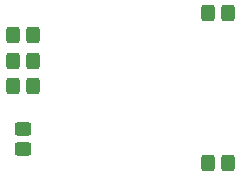
<source format=gbr>
G04 #@! TF.GenerationSoftware,KiCad,Pcbnew,(5.99.0-8366-gd64f1b3b25)*
G04 #@! TF.CreationDate,2021-01-13T01:42:35+02:00*
G04 #@! TF.ProjectId,board,626f6172-642e-46b6-9963-61645f706362,1.0.0*
G04 #@! TF.SameCoordinates,Original*
G04 #@! TF.FileFunction,Paste,Top*
G04 #@! TF.FilePolarity,Positive*
%FSLAX46Y46*%
G04 Gerber Fmt 4.6, Leading zero omitted, Abs format (unit mm)*
G04 Created by KiCad (PCBNEW (5.99.0-8366-gd64f1b3b25)) date 2021-01-13 01:42:35*
%MOMM*%
%LPD*%
G01*
G04 APERTURE LIST*
G04 Aperture macros list*
%AMRoundRect*
0 Rectangle with rounded corners*
0 $1 Rounding radius*
0 $2 $3 $4 $5 $6 $7 $8 $9 X,Y pos of 4 corners*
0 Add a 4 corners polygon primitive as box body*
4,1,4,$2,$3,$4,$5,$6,$7,$8,$9,$2,$3,0*
0 Add four circle primitives for the rounded corners*
1,1,$1+$1,$2,$3*
1,1,$1+$1,$4,$5*
1,1,$1+$1,$6,$7*
1,1,$1+$1,$8,$9*
0 Add four rect primitives between the rounded corners*
20,1,$1+$1,$2,$3,$4,$5,0*
20,1,$1+$1,$4,$5,$6,$7,0*
20,1,$1+$1,$6,$7,$8,$9,0*
20,1,$1+$1,$8,$9,$2,$3,0*%
G04 Aperture macros list end*
%ADD10RoundRect,0.250000X-0.325000X-0.450000X0.325000X-0.450000X0.325000X0.450000X-0.325000X0.450000X0*%
%ADD11RoundRect,0.250000X0.325000X0.450000X-0.325000X0.450000X-0.325000X-0.450000X0.325000X-0.450000X0*%
%ADD12RoundRect,0.250000X-0.450000X0.325000X-0.450000X-0.325000X0.450000X-0.325000X0.450000X0.325000X0*%
G04 APERTURE END LIST*
D10*
X135294000Y-54864000D03*
X136994000Y-54864000D03*
D11*
X120484000Y-61087000D03*
X118784000Y-61087000D03*
X120484000Y-58928000D03*
X118784000Y-58928000D03*
D12*
X119634000Y-64682000D03*
X119634000Y-66382000D03*
D10*
X118784000Y-56769000D03*
X120484000Y-56769000D03*
X135294000Y-67564000D03*
X136994000Y-67564000D03*
M02*

</source>
